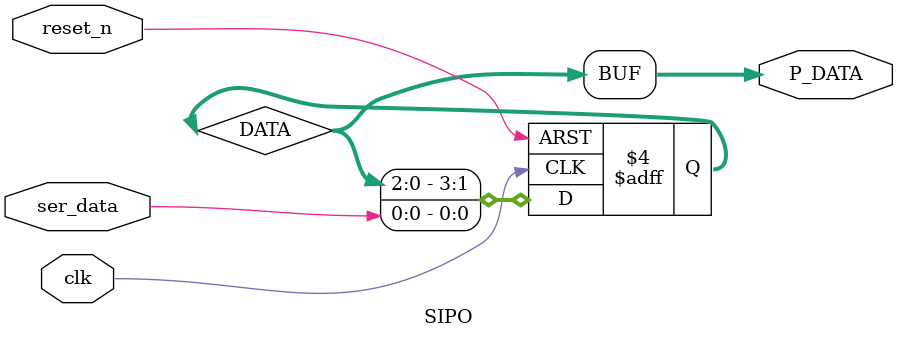
<source format=v>
module SIPO
(
	input wire clk,reset_n,
	input wire ser_data,
	output [3:0] P_DATA
);

	reg [3:0] DATA;
	
	always @(posedge clk, negedge reset_n)
	begin
		if (!reset_n)
			DATA <= 0;
			
		else 
		begin
			DATA <= DATA << 1;
			DATA[0] <= ser_data;
		end
	end
	
	assign P_DATA = DATA;
	
endmodule

</source>
